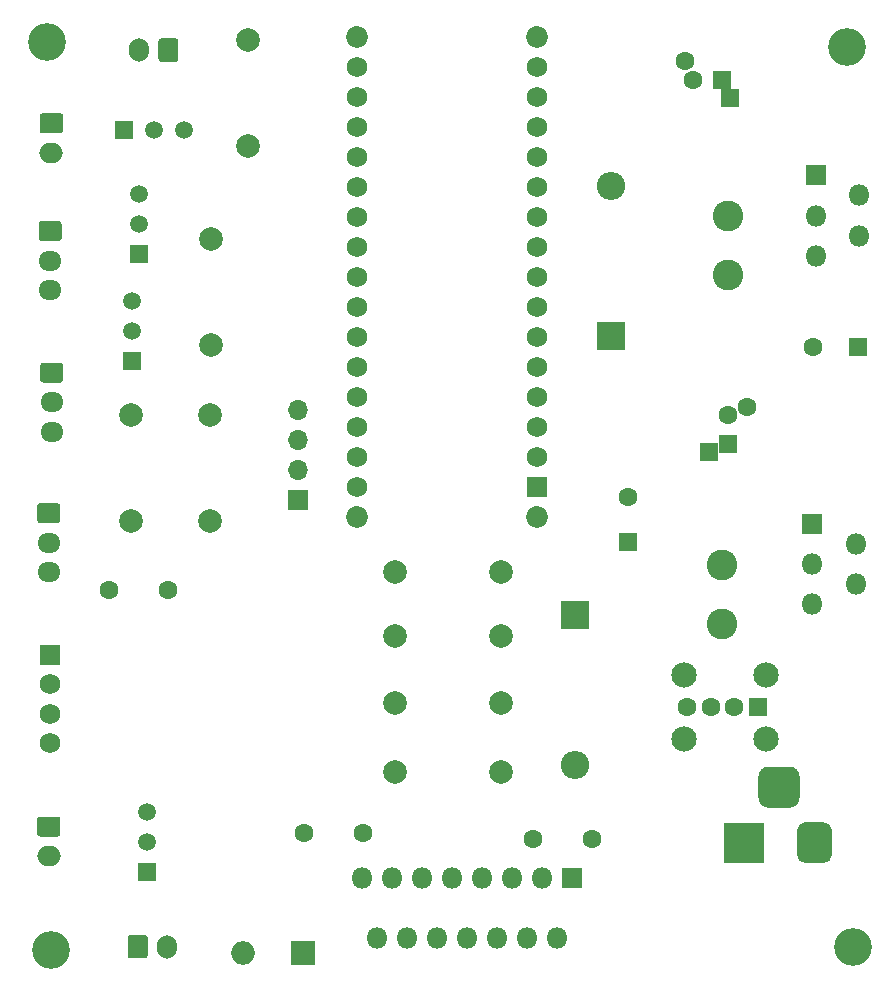
<source format=gbr>
G04 #@! TF.GenerationSoftware,KiCad,Pcbnew,5.1.6-c6e7f7d~86~ubuntu20.04.1*
G04 #@! TF.CreationDate,2020-06-09T07:54:05+01:00*
G04 #@! TF.ProjectId,flypi,666c7970-692e-46b6-9963-61645f706362,rev?*
G04 #@! TF.SameCoordinates,Original*
G04 #@! TF.FileFunction,Soldermask,Bot*
G04 #@! TF.FilePolarity,Negative*
%FSLAX46Y46*%
G04 Gerber Fmt 4.6, Leading zero omitted, Abs format (unit mm)*
G04 Created by KiCad (PCBNEW 5.1.6-c6e7f7d~86~ubuntu20.04.1) date 2020-06-09 07:54:05*
%MOMM*%
%LPD*%
G01*
G04 APERTURE LIST*
%ADD10C,1.727200*%
%ADD11R,1.727200X1.727200*%
%ADD12C,1.850000*%
%ADD13C,3.200000*%
%ADD14O,1.950000X1.700000*%
%ADD15R,1.700000X1.700000*%
%ADD16O,1.700000X1.700000*%
%ADD17R,1.750000X1.750000*%
%ADD18C,1.750000*%
%ADD19R,1.600000X1.600000*%
%ADD20C,1.600000*%
%ADD21R,2.400000X2.400000*%
%ADD22O,2.400000X2.400000*%
%ADD23R,3.500000X3.500000*%
%ADD24O,1.700000X2.000000*%
%ADD25O,2.000000X1.700000*%
%ADD26C,1.500000*%
%ADD27R,1.500000X1.500000*%
%ADD28R,2.000000X2.000000*%
%ADD29O,2.000000X2.000000*%
%ADD30C,2.000000*%
%ADD31R,1.800000X1.800000*%
%ADD32O,1.800000X1.800000*%
%ADD33C,2.600000*%
%ADD34C,2.150000*%
G04 APERTURE END LIST*
D10*
X135080000Y-90870000D03*
X135080000Y-88330000D03*
X135080000Y-85790000D03*
X135080000Y-83250000D03*
X135080000Y-80710000D03*
X135080000Y-78170000D03*
X135080000Y-75630000D03*
X135080000Y-73090000D03*
X135080000Y-70550000D03*
X135080000Y-68010000D03*
X135080000Y-65470000D03*
X135080000Y-62930000D03*
X135080000Y-60390000D03*
X135080000Y-57850000D03*
X135080000Y-55310000D03*
X150320000Y-55310000D03*
X150320000Y-57850000D03*
X150320000Y-60390000D03*
X150320000Y-62930000D03*
X150320000Y-65470000D03*
X150320000Y-68010000D03*
X150320000Y-70550000D03*
X150320000Y-73090000D03*
X150320000Y-75630000D03*
X150320000Y-78170000D03*
X150320000Y-80710000D03*
X150320000Y-83250000D03*
X150320000Y-85790000D03*
X150320000Y-88330000D03*
D11*
X150320000Y-90870000D03*
D12*
X150320000Y-93410000D03*
X135080000Y-93410000D03*
X150320000Y-52770000D03*
X135080000Y-52770000D03*
D13*
X176550000Y-53650000D03*
X108850000Y-53250000D03*
X109150000Y-130050000D03*
X177050000Y-129850000D03*
G36*
G01*
X108495000Y-80350000D02*
X109945000Y-80350000D01*
G75*
G02*
X110195000Y-80600000I0J-250000D01*
G01*
X110195000Y-81800000D01*
G75*
G02*
X109945000Y-82050000I-250000J0D01*
G01*
X108495000Y-82050000D01*
G75*
G02*
X108245000Y-81800000I0J250000D01*
G01*
X108245000Y-80600000D01*
G75*
G02*
X108495000Y-80350000I250000J0D01*
G01*
G37*
D14*
X109220000Y-83700000D03*
X109220000Y-86200000D03*
D15*
X130048000Y-91948000D03*
D16*
X130048000Y-89408000D03*
X130048000Y-86868000D03*
X130048000Y-84328000D03*
D17*
X109100000Y-105100000D03*
D18*
X109100000Y-107600000D03*
X109100000Y-110100000D03*
X109100000Y-112600000D03*
D19*
X166497000Y-87249000D03*
D20*
X166497000Y-84749000D03*
D19*
X164897000Y-87919937D03*
D20*
X168097000Y-84078063D03*
X162818063Y-54788000D03*
D19*
X166659937Y-57988000D03*
D20*
X163489000Y-56388000D03*
D19*
X165989000Y-56388000D03*
X177450000Y-79000000D03*
D20*
X173650000Y-79000000D03*
X158000000Y-91700000D03*
D19*
X158000000Y-95500000D03*
D20*
X135556000Y-120142000D03*
X130556000Y-120142000D03*
X119050000Y-99600000D03*
X114050000Y-99600000D03*
X150000000Y-120700000D03*
X155000000Y-120700000D03*
D21*
X153500000Y-101727000D03*
D22*
X153500000Y-114427000D03*
X156591000Y-65405000D03*
D21*
X156591000Y-78105000D03*
D23*
X167800000Y-121000000D03*
G36*
G01*
X175300000Y-120000000D02*
X175300000Y-122000000D01*
G75*
G02*
X174550000Y-122750000I-750000J0D01*
G01*
X173050000Y-122750000D01*
G75*
G02*
X172300000Y-122000000I0J750000D01*
G01*
X172300000Y-120000000D01*
G75*
G02*
X173050000Y-119250000I750000J0D01*
G01*
X174550000Y-119250000D01*
G75*
G02*
X175300000Y-120000000I0J-750000D01*
G01*
G37*
G36*
G01*
X172550000Y-115425000D02*
X172550000Y-117175000D01*
G75*
G02*
X171675000Y-118050000I-875000J0D01*
G01*
X169925000Y-118050000D01*
G75*
G02*
X169050000Y-117175000I0J875000D01*
G01*
X169050000Y-115425000D01*
G75*
G02*
X169925000Y-114550000I875000J0D01*
G01*
X171675000Y-114550000D01*
G75*
G02*
X172550000Y-115425000I0J-875000D01*
G01*
G37*
G36*
G01*
X115650000Y-130550000D02*
X115650000Y-129050000D01*
G75*
G02*
X115900000Y-128800000I250000J0D01*
G01*
X117100000Y-128800000D01*
G75*
G02*
X117350000Y-129050000I0J-250000D01*
G01*
X117350000Y-130550000D01*
G75*
G02*
X117100000Y-130800000I-250000J0D01*
G01*
X115900000Y-130800000D01*
G75*
G02*
X115650000Y-130550000I0J250000D01*
G01*
G37*
D24*
X119000000Y-129800000D03*
D25*
X108966000Y-122134000D03*
G36*
G01*
X108216000Y-118784000D02*
X109716000Y-118784000D01*
G75*
G02*
X109966000Y-119034000I0J-250000D01*
G01*
X109966000Y-120234000D01*
G75*
G02*
X109716000Y-120484000I-250000J0D01*
G01*
X108216000Y-120484000D01*
G75*
G02*
X107966000Y-120234000I0J250000D01*
G01*
X107966000Y-119034000D01*
G75*
G02*
X108216000Y-118784000I250000J0D01*
G01*
G37*
G36*
G01*
X108241000Y-92250000D02*
X109691000Y-92250000D01*
G75*
G02*
X109941000Y-92500000I0J-250000D01*
G01*
X109941000Y-93700000D01*
G75*
G02*
X109691000Y-93950000I-250000J0D01*
G01*
X108241000Y-93950000D01*
G75*
G02*
X107991000Y-93700000I0J250000D01*
G01*
X107991000Y-92500000D01*
G75*
G02*
X108241000Y-92250000I250000J0D01*
G01*
G37*
D14*
X108966000Y-95600000D03*
X108966000Y-98100000D03*
D25*
X109200000Y-62600000D03*
G36*
G01*
X108450000Y-59250000D02*
X109950000Y-59250000D01*
G75*
G02*
X110200000Y-59500000I0J-250000D01*
G01*
X110200000Y-60700000D01*
G75*
G02*
X109950000Y-60950000I-250000J0D01*
G01*
X108450000Y-60950000D01*
G75*
G02*
X108200000Y-60700000I0J250000D01*
G01*
X108200000Y-59500000D01*
G75*
G02*
X108450000Y-59250000I250000J0D01*
G01*
G37*
G36*
G01*
X119950000Y-53150000D02*
X119950000Y-54650000D01*
G75*
G02*
X119700000Y-54900000I-250000J0D01*
G01*
X118500000Y-54900000D01*
G75*
G02*
X118250000Y-54650000I0J250000D01*
G01*
X118250000Y-53150000D01*
G75*
G02*
X118500000Y-52900000I250000J0D01*
G01*
X119700000Y-52900000D01*
G75*
G02*
X119950000Y-53150000I0J-250000D01*
G01*
G37*
D24*
X116600000Y-53900000D03*
D14*
X109093000Y-74215000D03*
X109093000Y-71715000D03*
G36*
G01*
X108368000Y-68365000D02*
X109818000Y-68365000D01*
G75*
G02*
X110068000Y-68615000I0J-250000D01*
G01*
X110068000Y-69815000D01*
G75*
G02*
X109818000Y-70065000I-250000J0D01*
G01*
X108368000Y-70065000D01*
G75*
G02*
X108118000Y-69815000I0J250000D01*
G01*
X108118000Y-68615000D01*
G75*
G02*
X108368000Y-68365000I250000J0D01*
G01*
G37*
D26*
X117300000Y-120960000D03*
X117300000Y-118420000D03*
D27*
X117300000Y-123500000D03*
X116600000Y-71150000D03*
D26*
X116600000Y-66070000D03*
X116600000Y-68610000D03*
X117890000Y-60700000D03*
X120430000Y-60700000D03*
D27*
X115350000Y-60700000D03*
X116000000Y-80180000D03*
D26*
X116000000Y-75100000D03*
X116000000Y-77640000D03*
D28*
X130500000Y-130300000D03*
D29*
X125420000Y-130300000D03*
D30*
X122700000Y-78900000D03*
X122700000Y-69900000D03*
X147300000Y-98100000D03*
X138300000Y-98100000D03*
X125850000Y-62050000D03*
X125850000Y-53050000D03*
X122650000Y-84750000D03*
X122650000Y-93750000D03*
X115950000Y-84800000D03*
X115950000Y-93800000D03*
X138300000Y-103500000D03*
X147300000Y-103500000D03*
X138300000Y-109200000D03*
X147300000Y-109200000D03*
X147300000Y-115000000D03*
X138300000Y-115000000D03*
D31*
X173600000Y-94000000D03*
D32*
X177300000Y-95700000D03*
X173600000Y-97400000D03*
X177300000Y-99100000D03*
X173600000Y-100800000D03*
X173900000Y-71300000D03*
X177600000Y-69600000D03*
X173900000Y-67900000D03*
X177600000Y-66200000D03*
D31*
X173900000Y-64500000D03*
X153300000Y-124000000D03*
D32*
X152030000Y-129080000D03*
X150760000Y-124000000D03*
X149490000Y-129080000D03*
X148220000Y-124000000D03*
X146950000Y-129080000D03*
X145680000Y-124000000D03*
X144410000Y-129080000D03*
X143140000Y-124000000D03*
X141870000Y-129080000D03*
X140600000Y-124000000D03*
X139330000Y-129080000D03*
X138060000Y-124000000D03*
X136790000Y-129080000D03*
X135520000Y-124000000D03*
D33*
X166497000Y-67945000D03*
X166497000Y-72945000D03*
X166000000Y-102500000D03*
X166000000Y-97500000D03*
D20*
X163000000Y-109500000D03*
X165000000Y-109500000D03*
X167000000Y-109500000D03*
D19*
X169000000Y-109500000D03*
D34*
X169730000Y-106780000D03*
X162730000Y-106780000D03*
X162730000Y-112220000D03*
X169730000Y-112220000D03*
M02*

</source>
